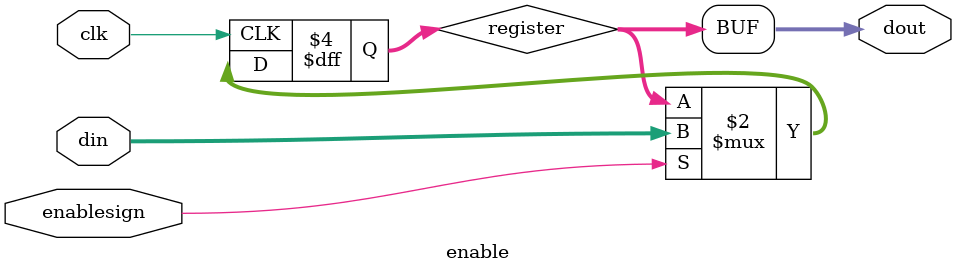
<source format=v>
module enable(clk,din,dout,enablesign);
      input clk;
      input[31:0] din;
      input enablesign;
      output [31:0] dout;    // for four types of enable: pcwr, irwr, gprwr, dmwr

      reg[31:0]  register;

      assign dout=register;    //in->out enable
      always @(posedge clk)
	if(enablesign)  //?1??
 		register<=din;
endmodule


</source>
